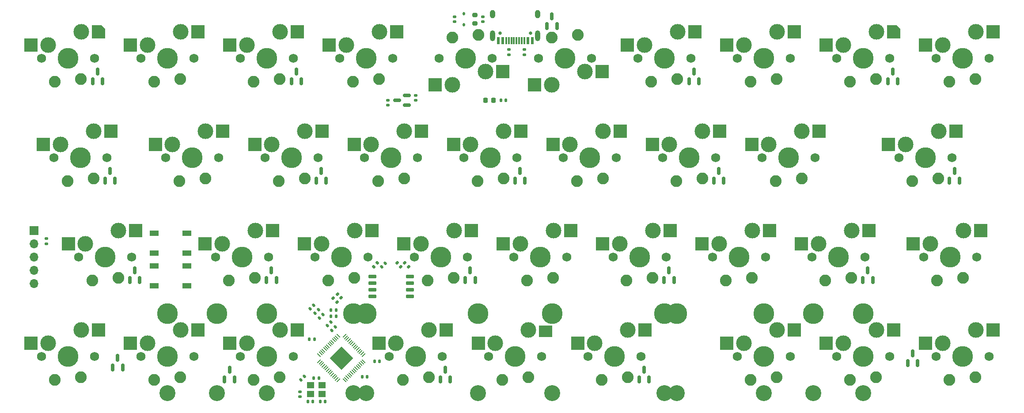
<source format=gbs>
%TF.GenerationSoftware,KiCad,Pcbnew,7.0.6*%
%TF.CreationDate,2023-08-01T10:10:22-04:00*%
%TF.ProjectId,good-delivery,676f6f64-2d64-4656-9c69-766572792e6b,rev?*%
%TF.SameCoordinates,PX2d6b3a0PY7e9ae4e*%
%TF.FileFunction,Soldermask,Bot*%
%TF.FilePolarity,Negative*%
%FSLAX46Y46*%
G04 Gerber Fmt 4.6, Leading zero omitted, Abs format (unit mm)*
G04 Created by KiCad (PCBNEW 7.0.6) date 2023-08-01 10:10:22*
%MOMM*%
%LPD*%
G01*
G04 APERTURE LIST*
G04 Aperture macros list*
%AMRoundRect*
0 Rectangle with rounded corners*
0 $1 Rounding radius*
0 $2 $3 $4 $5 $6 $7 $8 $9 X,Y pos of 4 corners*
0 Add a 4 corners polygon primitive as box body*
4,1,4,$2,$3,$4,$5,$6,$7,$8,$9,$2,$3,0*
0 Add four circle primitives for the rounded corners*
1,1,$1+$1,$2,$3*
1,1,$1+$1,$4,$5*
1,1,$1+$1,$6,$7*
1,1,$1+$1,$8,$9*
0 Add four rect primitives between the rounded corners*
20,1,$1+$1,$2,$3,$4,$5,0*
20,1,$1+$1,$4,$5,$6,$7,0*
20,1,$1+$1,$6,$7,$8,$9,0*
20,1,$1+$1,$8,$9,$2,$3,0*%
%AMOutline5P*
0 Free polygon, 5 corners , with rotation*
0 The origin of the aperture is its center*
0 number of corners: always 5*
0 $1 to $10 corner X, Y*
0 $11 Rotation angle, in degrees counterclockwise*
0 create outline with 5 corners*
4,1,5,$1,$2,$3,$4,$5,$6,$7,$8,$9,$10,$1,$2,$11*%
%AMOutline6P*
0 Free polygon, 6 corners , with rotation*
0 The origin of the aperture is its center*
0 number of corners: always 6*
0 $1 to $12 corner X, Y*
0 $13 Rotation angle, in degrees counterclockwise*
0 create outline with 6 corners*
4,1,6,$1,$2,$3,$4,$5,$6,$7,$8,$9,$10,$11,$12,$1,$2,$13*%
%AMOutline7P*
0 Free polygon, 7 corners , with rotation*
0 The origin of the aperture is its center*
0 number of corners: always 7*
0 $1 to $14 corner X, Y*
0 $15 Rotation angle, in degrees counterclockwise*
0 create outline with 7 corners*
4,1,7,$1,$2,$3,$4,$5,$6,$7,$8,$9,$10,$11,$12,$13,$14,$1,$2,$15*%
%AMOutline8P*
0 Free polygon, 8 corners , with rotation*
0 The origin of the aperture is its center*
0 number of corners: always 8*
0 $1 to $16 corner X, Y*
0 $17 Rotation angle, in degrees counterclockwise*
0 create outline with 8 corners*
4,1,8,$1,$2,$3,$4,$5,$6,$7,$8,$9,$10,$11,$12,$13,$14,$15,$16,$1,$2,$17*%
G04 Aperture macros list end*
%ADD10C,1.750000*%
%ADD11C,3.000000*%
%ADD12C,3.987800*%
%ADD13R,2.550000X2.500000*%
%ADD14C,2.250000*%
%ADD15C,3.048000*%
%ADD16R,2.550000X2.250000*%
%ADD17Outline5P,-1.275000X1.250000X0.575000X1.250000X1.275000X0.550000X1.275000X-1.250000X-1.275000X-1.250000X0.000000*%
%ADD18R,1.700000X1.700000*%
%ADD19O,1.700000X1.700000*%
%ADD20RoundRect,0.135000X-0.226274X-0.035355X-0.035355X-0.226274X0.226274X0.035355X0.035355X0.226274X0*%
%ADD21RoundRect,0.135000X-0.185000X0.135000X-0.185000X-0.135000X0.185000X-0.135000X0.185000X0.135000X0*%
%ADD22RoundRect,0.140000X0.021213X-0.219203X0.219203X-0.021213X-0.021213X0.219203X-0.219203X0.021213X0*%
%ADD23C,0.650000*%
%ADD24R,0.600000X1.450000*%
%ADD25R,0.300000X1.450000*%
%ADD26O,1.000000X1.600000*%
%ADD27O,1.000000X2.100000*%
%ADD28RoundRect,0.140000X-0.170000X0.140000X-0.170000X-0.140000X0.170000X-0.140000X0.170000X0.140000X0*%
%ADD29RoundRect,0.150000X0.150000X-0.587500X0.150000X0.587500X-0.150000X0.587500X-0.150000X-0.587500X0*%
%ADD30RoundRect,0.140000X0.140000X0.170000X-0.140000X0.170000X-0.140000X-0.170000X0.140000X-0.170000X0*%
%ADD31RoundRect,0.150000X0.587500X0.150000X-0.587500X0.150000X-0.587500X-0.150000X0.587500X-0.150000X0*%
%ADD32RoundRect,0.200000X-0.275000X0.200000X-0.275000X-0.200000X0.275000X-0.200000X0.275000X0.200000X0*%
%ADD33RoundRect,0.218750X0.218750X0.256250X-0.218750X0.256250X-0.218750X-0.256250X0.218750X-0.256250X0*%
%ADD34RoundRect,0.140000X-0.140000X-0.170000X0.140000X-0.170000X0.140000X0.170000X-0.140000X0.170000X0*%
%ADD35RoundRect,0.140000X0.170000X-0.140000X0.170000X0.140000X-0.170000X0.140000X-0.170000X-0.140000X0*%
%ADD36RoundRect,0.050000X0.309359X-0.238649X-0.238649X0.309359X-0.309359X0.238649X0.238649X-0.309359X0*%
%ADD37RoundRect,0.050000X0.309359X0.238649X0.238649X0.309359X-0.309359X-0.238649X-0.238649X-0.309359X0*%
%ADD38RoundRect,0.144000X2.059095X0.000000X0.000000X2.059095X-2.059095X0.000000X0.000000X-2.059095X0*%
%ADD39R,1.700000X1.000000*%
%ADD40RoundRect,0.135000X0.035355X-0.226274X0.226274X-0.035355X-0.035355X0.226274X-0.226274X0.035355X0*%
%ADD41RoundRect,0.112500X0.112500X-0.187500X0.112500X0.187500X-0.112500X0.187500X-0.112500X-0.187500X0*%
%ADD42RoundRect,0.135000X-0.135000X-0.185000X0.135000X-0.185000X0.135000X0.185000X-0.135000X0.185000X0*%
%ADD43RoundRect,0.150000X0.650000X0.150000X-0.650000X0.150000X-0.650000X-0.150000X0.650000X-0.150000X0*%
%ADD44RoundRect,0.140000X-0.021213X0.219203X-0.219203X0.021213X0.021213X-0.219203X0.219203X-0.021213X0*%
%ADD45R,1.400000X1.200000*%
%ADD46RoundRect,0.147500X0.172500X-0.147500X0.172500X0.147500X-0.172500X0.147500X-0.172500X-0.147500X0*%
%ADD47RoundRect,0.147500X0.147500X0.172500X-0.147500X0.172500X-0.147500X-0.172500X0.147500X-0.172500X0*%
G04 APERTURE END LIST*
D10*
%TO.C,MX11*%
X37782524Y28575168D03*
D11*
X39052524Y31115168D03*
D12*
X42862524Y28575168D03*
D11*
X45402524Y33655168D03*
D10*
X47942524Y28575168D03*
D13*
X35777524Y31115168D03*
D14*
X40362524Y24075168D03*
X45362524Y24575168D03*
D13*
X48704524Y33655168D03*
%TD*%
D10*
%TO.C,MX33*%
X152082524Y28575168D03*
D11*
X153352524Y31115168D03*
D12*
X157162524Y28575168D03*
D11*
X159702524Y33655168D03*
D10*
X162242524Y28575168D03*
D13*
X150077524Y31115168D03*
D14*
X154662524Y24075168D03*
X159662524Y24575168D03*
D13*
X163004524Y33655168D03*
%TD*%
D10*
%TO.C,MX21*%
X104457524Y47625168D03*
D11*
X105727524Y50165168D03*
D12*
X109537524Y47625168D03*
D11*
X112077524Y52705168D03*
D10*
X114617524Y47625168D03*
D13*
X102452524Y50165168D03*
D14*
X107037524Y43125168D03*
X112037524Y43625168D03*
D13*
X115379524Y52705168D03*
%TD*%
D10*
%TO.C,MX3*%
X11588774Y28575168D03*
D11*
X12858774Y31115168D03*
D12*
X16668774Y28575168D03*
D11*
X19208774Y33655168D03*
D10*
X21748774Y28575168D03*
D13*
X9583774Y31115168D03*
D14*
X14168774Y24075168D03*
X19168774Y24575168D03*
D13*
X22510774Y33655168D03*
%TD*%
D10*
%TO.C,MX7*%
X28257524Y47625168D03*
D11*
X29527524Y50165168D03*
D12*
X33337524Y47625168D03*
D11*
X35877524Y52705168D03*
D10*
X38417524Y47625168D03*
D13*
X26252524Y50165168D03*
D14*
X30837524Y43125168D03*
X35837524Y43625168D03*
D13*
X39179524Y52705168D03*
%TD*%
D10*
%TO.C,MX8*%
X23495024Y9525168D03*
D11*
X24765024Y12065168D03*
D12*
X28575024Y9525168D03*
D11*
X31115024Y14605168D03*
D10*
X33655024Y9525168D03*
D13*
X21490024Y12065168D03*
D14*
X26075024Y5025168D03*
X31075024Y5525168D03*
D13*
X34417024Y14605168D03*
%TD*%
D10*
%TO.C,MX12*%
X42545024Y9525168D03*
D11*
X43815024Y12065168D03*
D12*
X47625024Y9525168D03*
D11*
X50165024Y14605168D03*
D10*
X52705024Y9525168D03*
D13*
X40540024Y12065168D03*
D14*
X45125024Y5025168D03*
X50125024Y5525168D03*
D13*
X53467024Y14605168D03*
%TD*%
D10*
%TO.C,MX15*%
X56832524Y28575168D03*
D11*
X58102524Y31115168D03*
D12*
X61912524Y28575168D03*
D11*
X64452524Y33655168D03*
D10*
X66992524Y28575168D03*
D13*
X54827524Y31115168D03*
D14*
X59412524Y24075168D03*
X64412524Y24575168D03*
D13*
X67754524Y33655168D03*
%TD*%
D10*
%TO.C,MX24*%
X118745024Y66675168D03*
D11*
X120015024Y69215168D03*
D12*
X123825024Y66675168D03*
D11*
X126365024Y71755168D03*
D10*
X128905024Y66675168D03*
D13*
X116740024Y69215168D03*
D14*
X121325024Y62175168D03*
X126325024Y62675168D03*
D13*
X129667024Y71755168D03*
%TD*%
D12*
%TO.C,MX27*%
X102362024Y17780168D03*
D15*
X102362024Y2540168D03*
D10*
X109220024Y9525168D03*
D11*
X110490024Y12065168D03*
D12*
X114300024Y9525168D03*
D11*
X116840024Y14605168D03*
D10*
X119380024Y9525168D03*
D12*
X126238024Y17780168D03*
D15*
X126238024Y2540168D03*
D13*
X107215024Y12065168D03*
D14*
X111800024Y5025168D03*
X116800024Y5525168D03*
D13*
X120142024Y14605168D03*
%TD*%
D10*
%TO.C,MX6*%
X23495024Y66675168D03*
D11*
X24765024Y69215168D03*
D12*
X28575024Y66675168D03*
D11*
X31115024Y71755168D03*
D10*
X33655024Y66675168D03*
D13*
X21490024Y69215168D03*
D14*
X26075024Y62175168D03*
X31075024Y62675168D03*
D13*
X34417024Y71755168D03*
%TD*%
D10*
%TO.C,MX14*%
X66357524Y47625168D03*
D11*
X67627524Y50165168D03*
D12*
X71437524Y47625168D03*
D11*
X73977524Y52705168D03*
D10*
X76517524Y47625168D03*
D13*
X64352524Y50165168D03*
D14*
X68937524Y43125168D03*
X73937524Y43625168D03*
D13*
X77279524Y52705168D03*
%TD*%
D10*
%TO.C,MX37*%
X173513774Y28575168D03*
D11*
X174783774Y31115168D03*
D12*
X178593774Y28575168D03*
D11*
X181133774Y33655168D03*
D10*
X183673774Y28575168D03*
D13*
X171508774Y31115168D03*
D14*
X176093774Y24075168D03*
X181093774Y24575168D03*
D13*
X184435774Y33655168D03*
%TD*%
D10*
%TO.C,MX29*%
X142557524Y47625168D03*
D11*
X143827524Y50165168D03*
D12*
X147637524Y47625168D03*
D11*
X150177524Y52705168D03*
D10*
X152717524Y47625168D03*
D13*
X140552524Y50165168D03*
D14*
X145137524Y43125168D03*
X150137524Y43625168D03*
D13*
X153479524Y52705168D03*
%TD*%
D10*
%TO.C,MX16*%
X90805024Y66675168D03*
D11*
X89535024Y64135168D03*
D12*
X85725024Y66675168D03*
D11*
X83185024Y61595168D03*
D10*
X80645024Y66675168D03*
D14*
X83225024Y70675168D03*
D13*
X79883024Y61595168D03*
X92810024Y64135168D03*
D14*
X88225024Y71175168D03*
%TD*%
D10*
%TO.C,MX17*%
X85407524Y47625168D03*
D11*
X86677524Y50165168D03*
D12*
X90487524Y47625168D03*
D11*
X93027524Y52705168D03*
D10*
X95567524Y47625168D03*
D13*
X83402524Y50165168D03*
D14*
X87987524Y43125168D03*
X92987524Y43625168D03*
D13*
X96329524Y52705168D03*
%TD*%
D10*
%TO.C,MX13*%
X61595024Y66675168D03*
D11*
X62865024Y69215168D03*
D12*
X66675024Y66675168D03*
D11*
X69215024Y71755168D03*
D10*
X71755024Y66675168D03*
D13*
X59590024Y69215168D03*
D14*
X64175024Y62175168D03*
X69175024Y62675168D03*
D13*
X72517024Y71755168D03*
%TD*%
D12*
%TO.C,MX23*%
X28575240Y17780024D03*
D15*
X28575240Y2540024D03*
D12*
X38100240Y17780024D03*
D15*
X38100240Y2540024D03*
D12*
X47625240Y17780024D03*
D15*
X47625240Y2540024D03*
D12*
X66675240Y17780024D03*
D15*
X66675240Y2540024D03*
D10*
X90170240Y9525024D03*
D11*
X91440240Y12065024D03*
D12*
X95250240Y9525024D03*
D11*
X97790240Y14605024D03*
D10*
X100330240Y9525024D03*
D12*
X123825240Y17780024D03*
D15*
X123825240Y2540024D03*
D12*
X142875240Y17780024D03*
D15*
X142875240Y2540024D03*
D12*
X152400240Y17780024D03*
D15*
X152400240Y2540024D03*
D12*
X161925240Y17780024D03*
D15*
X161925240Y2540024D03*
D13*
X88165240Y12065024D03*
D14*
X92750240Y5025024D03*
X97750240Y5525024D03*
D16*
X101092240Y14355024D03*
%TD*%
D10*
%TO.C,MX26*%
X113982524Y28575168D03*
D11*
X115252524Y31115168D03*
D12*
X119062524Y28575168D03*
D11*
X121602524Y33655168D03*
D10*
X124142524Y28575168D03*
D13*
X111977524Y31115168D03*
D14*
X116562524Y24075168D03*
X121562524Y24575168D03*
D13*
X124904524Y33655168D03*
%TD*%
D10*
%TO.C,MX18*%
X75882524Y28575168D03*
D11*
X77152524Y31115168D03*
D12*
X80962524Y28575168D03*
D11*
X83502524Y33655168D03*
D10*
X86042524Y28575168D03*
D13*
X73877524Y31115168D03*
D14*
X78462524Y24075168D03*
X83462524Y24575168D03*
D13*
X86804524Y33655168D03*
%TD*%
D10*
%TO.C,MX38*%
X175895024Y9525168D03*
D11*
X177165024Y12065168D03*
D12*
X180975024Y9525168D03*
D11*
X183515024Y14605168D03*
D10*
X186055024Y9525168D03*
D13*
X173890024Y12065168D03*
D14*
X178475024Y5025168D03*
X183475024Y5525168D03*
D13*
X186817024Y14605168D03*
%TD*%
D10*
%TO.C,MX2*%
X6826274Y47625168D03*
D11*
X8096274Y50165168D03*
D12*
X11906274Y47625168D03*
D11*
X14446274Y52705168D03*
D10*
X16986274Y47625168D03*
D13*
X4821274Y50165168D03*
D14*
X9406274Y43125168D03*
X14406274Y43625168D03*
D13*
X17748274Y52705168D03*
%TD*%
D10*
%TO.C,MX35*%
X175895024Y66675168D03*
D11*
X177165024Y69215168D03*
D12*
X180975024Y66675168D03*
D11*
X183515024Y71755168D03*
D10*
X186055024Y66675168D03*
D13*
X173890024Y69215168D03*
D14*
X178475024Y62175168D03*
X183475024Y62675168D03*
D13*
X186817024Y71755168D03*
%TD*%
D10*
%TO.C,MX1*%
X4445024Y66675168D03*
D11*
X5715024Y69215168D03*
D12*
X9525024Y66675168D03*
D11*
X12065024Y71755168D03*
D10*
X14605024Y66675168D03*
D13*
X2440024Y69215168D03*
D14*
X7025024Y62175168D03*
X12025024Y62675168D03*
D17*
X15367024Y71755168D03*
%TD*%
D18*
%TO.C,J2*%
X2976570Y33650072D03*
D19*
X2976570Y31110072D03*
X2976570Y28570072D03*
X2976570Y26030072D03*
X2976570Y23490072D03*
%TD*%
D10*
%TO.C,MX36*%
X168751274Y47625168D03*
D11*
X170021274Y50165168D03*
D12*
X173831274Y47625168D03*
D11*
X176371274Y52705168D03*
D10*
X178911274Y47625168D03*
D13*
X166746274Y50165168D03*
D14*
X171331274Y43125168D03*
X176331274Y43625168D03*
D13*
X179673274Y52705168D03*
%TD*%
D10*
%TO.C,MX28*%
X137795024Y66675168D03*
D11*
X139065024Y69215168D03*
D12*
X142875024Y66675168D03*
D11*
X145415024Y71755168D03*
D10*
X147955024Y66675168D03*
D13*
X135790024Y69215168D03*
D14*
X140375024Y62175168D03*
X145375024Y62675168D03*
D13*
X148717024Y71755168D03*
%TD*%
D12*
%TO.C,MX19*%
X64262024Y17780168D03*
D15*
X64262024Y2540168D03*
D10*
X71120024Y9525168D03*
D11*
X72390024Y12065168D03*
D12*
X76200024Y9525168D03*
D11*
X78740024Y14605168D03*
D10*
X81280024Y9525168D03*
D12*
X88138024Y17780168D03*
D15*
X88138024Y2540168D03*
D13*
X69115024Y12065168D03*
D14*
X73700024Y5025168D03*
X78700024Y5525168D03*
D13*
X82042024Y14605168D03*
%TD*%
D10*
%TO.C,MX4*%
X4445024Y9525168D03*
D11*
X5715024Y12065168D03*
D12*
X9525024Y9525168D03*
D11*
X12065024Y14605168D03*
D10*
X14605024Y9525168D03*
D13*
X2440024Y12065168D03*
D14*
X7025024Y5025168D03*
X12025024Y5525168D03*
D13*
X15367024Y14605168D03*
%TD*%
D10*
%TO.C,MX32*%
X156845024Y66675168D03*
D11*
X158115024Y69215168D03*
D12*
X161925024Y66675168D03*
D11*
X164465024Y71755168D03*
D10*
X167005024Y66675168D03*
D13*
X154840024Y69215168D03*
D14*
X159425024Y62175168D03*
X164425024Y62675168D03*
D17*
X167767024Y71755168D03*
%TD*%
D10*
%TO.C,MX31*%
X137795024Y9525168D03*
D11*
X139065024Y12065168D03*
D12*
X142875024Y9525168D03*
D11*
X145415024Y14605168D03*
D10*
X147955024Y9525168D03*
D13*
X135790024Y12065168D03*
D14*
X140375024Y5025168D03*
X145375024Y5525168D03*
D13*
X148717024Y14605168D03*
%TD*%
D10*
%TO.C,MX9*%
X42545024Y66675168D03*
D11*
X43815024Y69215168D03*
D12*
X47625024Y66675168D03*
D11*
X50165024Y71755168D03*
D10*
X52705024Y66675168D03*
D13*
X40540024Y69215168D03*
D14*
X45125024Y62175168D03*
X50125024Y62675168D03*
D13*
X53467024Y71755168D03*
%TD*%
D10*
%TO.C,MX34*%
X156845024Y9525168D03*
D11*
X158115024Y12065168D03*
D12*
X161925024Y9525168D03*
D11*
X164465024Y14605168D03*
D10*
X167005024Y9525168D03*
D13*
X154840024Y12065168D03*
D14*
X159425024Y5025168D03*
X164425024Y5525168D03*
D13*
X167767024Y14605168D03*
%TD*%
D10*
%TO.C,MX22*%
X94932524Y28575168D03*
D11*
X96202524Y31115168D03*
D12*
X100012524Y28575168D03*
D11*
X102552524Y33655168D03*
D10*
X105092524Y28575168D03*
D13*
X92927524Y31115168D03*
D14*
X97512524Y24075168D03*
X102512524Y24575168D03*
D13*
X105854524Y33655168D03*
%TD*%
D10*
%TO.C,MX30*%
X133032524Y28575168D03*
D11*
X134302524Y31115168D03*
D12*
X138112524Y28575168D03*
D11*
X140652524Y33655168D03*
D10*
X143192524Y28575168D03*
D13*
X131027524Y31115168D03*
D14*
X135612524Y24075168D03*
X140612524Y24575168D03*
D13*
X143954524Y33655168D03*
%TD*%
D10*
%TO.C,MX20*%
X109855024Y66675168D03*
D11*
X108585024Y64135168D03*
D12*
X104775024Y66675168D03*
D11*
X102235024Y61595168D03*
D10*
X99695024Y66675168D03*
D13*
X111860024Y64135168D03*
D14*
X107275024Y71175168D03*
X102275024Y70675168D03*
D13*
X98933024Y61595168D03*
%TD*%
D10*
%TO.C,MX10*%
X47307524Y47625168D03*
D11*
X48577524Y50165168D03*
D12*
X52387524Y47625168D03*
D11*
X54927524Y52705168D03*
D10*
X57467524Y47625168D03*
D13*
X45302524Y50165168D03*
D14*
X49887524Y43125168D03*
X54887524Y43625168D03*
D13*
X58229524Y52705168D03*
%TD*%
D10*
%TO.C,MX25*%
X123507524Y47625168D03*
D11*
X124777524Y50165168D03*
D12*
X128587524Y47625168D03*
D11*
X131127524Y52705168D03*
D10*
X133667524Y47625168D03*
D13*
X121502524Y50165168D03*
D14*
X126087524Y43125168D03*
X131087524Y43625168D03*
D13*
X134429524Y52705168D03*
%TD*%
D20*
%TO.C,R_DATA1*%
X61158431Y21494271D03*
X61879679Y20773023D03*
%TD*%
D21*
%TO.C,R2*%
X94000240Y68349854D03*
X94000240Y67329854D03*
%TD*%
D22*
%TO.C,C_3V-Decoup5*%
X57703704Y16924695D03*
X58382526Y17603517D03*
%TD*%
D23*
%TO.C,J3*%
X92360240Y71516593D03*
X98140240Y71516593D03*
D24*
X92000240Y70071593D03*
X92800240Y70071593D03*
D25*
X94000240Y70071593D03*
X95000240Y70071593D03*
X95500240Y70071593D03*
X96500240Y70071593D03*
D24*
X97700240Y70071593D03*
X98500240Y70071593D03*
X98500240Y70071593D03*
X97700240Y70071593D03*
D25*
X97000240Y70071593D03*
X96000240Y70071593D03*
X94500240Y70071593D03*
X93500240Y70071593D03*
D24*
X92800240Y70071593D03*
X92000240Y70071593D03*
D26*
X90930240Y75166593D03*
D27*
X90930240Y70986593D03*
D26*
X99570240Y75166593D03*
D27*
X99570240Y70986593D03*
%TD*%
D28*
%TO.C,C_3V-Decoup8*%
X53980024Y2788913D03*
X53980024Y1828913D03*
%TD*%
D29*
%TO.C,D8*%
X41431352Y5100168D03*
X39531352Y5100168D03*
X40481352Y6975168D03*
%TD*%
D30*
%TO.C,C_1V-Decoup1*%
X60904371Y17264106D03*
X59944371Y17264106D03*
%TD*%
D29*
%TO.C,D1*%
X16130663Y62250264D03*
X14230663Y62250264D03*
X15180663Y64125264D03*
%TD*%
D22*
%TO.C,C_3V-Decoup4*%
X59191989Y15436410D03*
X59870811Y16115232D03*
%TD*%
D28*
%TO.C,C1*%
X88999443Y74664564D03*
X88999443Y73704564D03*
%TD*%
D31*
%TO.C,U3*%
X74458779Y59588429D03*
X74458779Y57688429D03*
X72583779Y58638429D03*
%TD*%
D29*
%TO.C,D17*%
X168531047Y62250264D03*
X166631047Y62250264D03*
X167581047Y64125264D03*
%TD*%
D20*
%TO.C,R_Flash3*%
X74053626Y27447411D03*
X74774874Y26726163D03*
%TD*%
D29*
%TO.C,D11*%
X87568343Y24150168D03*
X85668343Y24150168D03*
X86618343Y26025168D03*
%TD*%
D32*
%TO.C,R1*%
X87511158Y75009564D03*
X87511158Y73359564D03*
%TD*%
D29*
%TO.C,D20*%
X172343403Y8289867D03*
X170443403Y8289867D03*
X171393403Y10164867D03*
%TD*%
%TO.C,D18*%
X180380142Y43200390D03*
X178480142Y43200390D03*
X179430142Y45075390D03*
%TD*%
D33*
%TO.C,F1*%
X91087885Y58638429D03*
X89512885Y58638429D03*
%TD*%
D34*
%TO.C,C_3V-Decoup6*%
X68278767Y8632053D03*
X69238767Y8632053D03*
%TD*%
D22*
%TO.C,C_Flash1*%
X69609984Y26747376D03*
X70288806Y27426198D03*
%TD*%
D35*
%TO.C,C_LD2*%
X70842366Y57688429D03*
X70842366Y58648429D03*
%TD*%
D29*
%TO.C,D6*%
X58993271Y43200216D03*
X57093271Y43200216D03*
X58043271Y45075216D03*
%TD*%
D36*
%TO.C,U1*%
X66181813Y8635165D03*
X65898970Y8352322D03*
X65616128Y8069480D03*
X65333285Y7786637D03*
X65050442Y7503794D03*
X64767600Y7220952D03*
X64484757Y6938109D03*
X64201914Y6655266D03*
X63919071Y6372423D03*
X63636229Y6089581D03*
X63353386Y5806738D03*
X63070543Y5523895D03*
X62787701Y5241053D03*
X62504858Y4958210D03*
D37*
X61320454Y4958210D03*
X61037611Y5241053D03*
X60754769Y5523895D03*
X60471926Y5806738D03*
X60189083Y6089581D03*
X59906241Y6372423D03*
X59623398Y6655266D03*
X59340555Y6938109D03*
X59057712Y7220952D03*
X58774870Y7503794D03*
X58492027Y7786637D03*
X58209184Y8069480D03*
X57926342Y8352322D03*
X57643499Y8635165D03*
D36*
X57643499Y9819569D03*
X57926342Y10102412D03*
X58209184Y10385254D03*
X58492027Y10668097D03*
X58774870Y10950940D03*
X59057712Y11233782D03*
X59340555Y11516625D03*
X59623398Y11799468D03*
X59906241Y12082311D03*
X60189083Y12365153D03*
X60471926Y12647996D03*
X60754769Y12930839D03*
X61037611Y13213681D03*
X61320454Y13496524D03*
D37*
X62504858Y13496524D03*
X62787701Y13213681D03*
X63070543Y12930839D03*
X63353386Y12647996D03*
X63636229Y12365153D03*
X63919071Y12082311D03*
X64201914Y11799468D03*
X64484757Y11516625D03*
X64767600Y11233782D03*
X65050442Y10950940D03*
X65333285Y10668097D03*
X65616128Y10385254D03*
X65898970Y10102412D03*
X66181813Y9819569D03*
D38*
X61912656Y9227367D03*
%TD*%
D34*
%TO.C,C_3V-Decoup9*%
X65897511Y5655483D03*
X66857511Y5655483D03*
%TD*%
D29*
%TO.C,D15*%
X125668439Y24150168D03*
X123768439Y24150168D03*
X124718439Y26025168D03*
%TD*%
D20*
%TO.C,R_DATA2*%
X60361404Y20697244D03*
X61082652Y19975996D03*
%TD*%
D29*
%TO.C,D14*%
X135193463Y43200216D03*
X133293463Y43200216D03*
X134243463Y45075216D03*
%TD*%
D21*
%TO.C,R_RST1*%
X5357826Y32130072D03*
X5357826Y31110072D03*
%TD*%
D39*
%TO.C,SW2*%
X26020386Y29353985D03*
X32320386Y29353985D03*
X26020386Y33153985D03*
X32320386Y33153985D03*
%TD*%
D35*
%TO.C,C_LD1*%
X76200192Y58638429D03*
X76200192Y59598429D03*
%TD*%
D29*
%TO.C,D3*%
X23274431Y24150168D03*
X21374431Y24150168D03*
X22324431Y26025168D03*
%TD*%
%TO.C,D5*%
X54230759Y62250264D03*
X52330759Y62250264D03*
X53280759Y64125264D03*
%TD*%
D22*
%TO.C,C_3V-Decoup3*%
X60084960Y14543439D03*
X60763782Y15222261D03*
%TD*%
D40*
%TO.C,R_Flash1*%
X68100486Y26726163D03*
X68821734Y27447411D03*
%TD*%
D29*
%TO.C,D13*%
X130430951Y62250264D03*
X128530951Y62250264D03*
X129480951Y64125264D03*
%TD*%
D30*
%TO.C,C_Crystal2*%
X56439516Y892971D03*
X55479516Y892971D03*
%TD*%
D41*
%TO.C,D21*%
X85427559Y73134564D03*
X85427559Y75234564D03*
%TD*%
D20*
%TO.C,R_Flash2*%
X72565341Y27447411D03*
X73286589Y26726163D03*
%TD*%
D29*
%TO.C,D4*%
X20000048Y7396896D03*
X18100048Y7396896D03*
X19050048Y9271896D03*
%TD*%
%TO.C,D10*%
X97093367Y43200216D03*
X95193367Y43200216D03*
X96143367Y45075216D03*
%TD*%
%TO.C,D19*%
X163768535Y24150168D03*
X161868535Y24150168D03*
X162818535Y26025168D03*
%TD*%
D30*
%TO.C,C_1V-Decoup2*%
X60904371Y18454734D03*
X59944371Y18454734D03*
%TD*%
D42*
%TO.C,R_Crystal1*%
X56640144Y5357827D03*
X57660144Y5357827D03*
%TD*%
D39*
%TO.C,SW1*%
X26020386Y23103188D03*
X32320386Y23103188D03*
X26020386Y26903188D03*
X32320386Y26903188D03*
%TD*%
D43*
%TO.C,U2*%
X75037680Y24824589D03*
X75037680Y23554589D03*
X75037680Y22284589D03*
X75037680Y21014589D03*
X67837680Y21014589D03*
X67837680Y22284589D03*
X67837680Y23554589D03*
X67837680Y24824589D03*
%TD*%
D44*
%TO.C,C_1V-Decoup3*%
X54810642Y5697237D03*
X54131820Y5018415D03*
%TD*%
D21*
%TO.C,R3*%
X97000240Y68349854D03*
X97000240Y67329854D03*
%TD*%
D34*
%TO.C,C_Crystal1*%
X57860772Y892971D03*
X58820772Y892971D03*
%TD*%
D29*
%TO.C,D9*%
X103225024Y72881436D03*
X101325024Y72881436D03*
X102275024Y74756436D03*
%TD*%
D22*
%TO.C,C_3V-Decoup2*%
X56852487Y17817666D03*
X57531309Y18496488D03*
%TD*%
D45*
%TO.C,Y1*%
X56050144Y4008913D03*
X58250144Y4008913D03*
X58250144Y2308913D03*
X56050144Y2308913D03*
%TD*%
D30*
%TO.C,C_3V-Decoup7*%
X56737173Y12799251D03*
X55777173Y12799251D03*
%TD*%
D29*
%TO.C,D16*%
X120905771Y5100168D03*
X119005771Y5100168D03*
X119955771Y6975168D03*
%TD*%
%TO.C,D2*%
X18511919Y43200216D03*
X16611919Y43200216D03*
X17561919Y45075216D03*
%TD*%
%TO.C,D7*%
X49468247Y24150168D03*
X47568247Y24150168D03*
X48518247Y26025168D03*
%TD*%
D46*
%TO.C,FB1*%
X83641617Y73699564D03*
X83641617Y74669564D03*
%TD*%
D22*
%TO.C,C_3V-Decoup1*%
X55917762Y18710637D03*
X56596584Y19389459D03*
%TD*%
D47*
%TO.C,FB2*%
X93464298Y58638429D03*
X92494298Y58638429D03*
%TD*%
D29*
%TO.C,D12*%
X82805675Y5100168D03*
X80905675Y5100168D03*
X81855675Y6975168D03*
%TD*%
M02*

</source>
